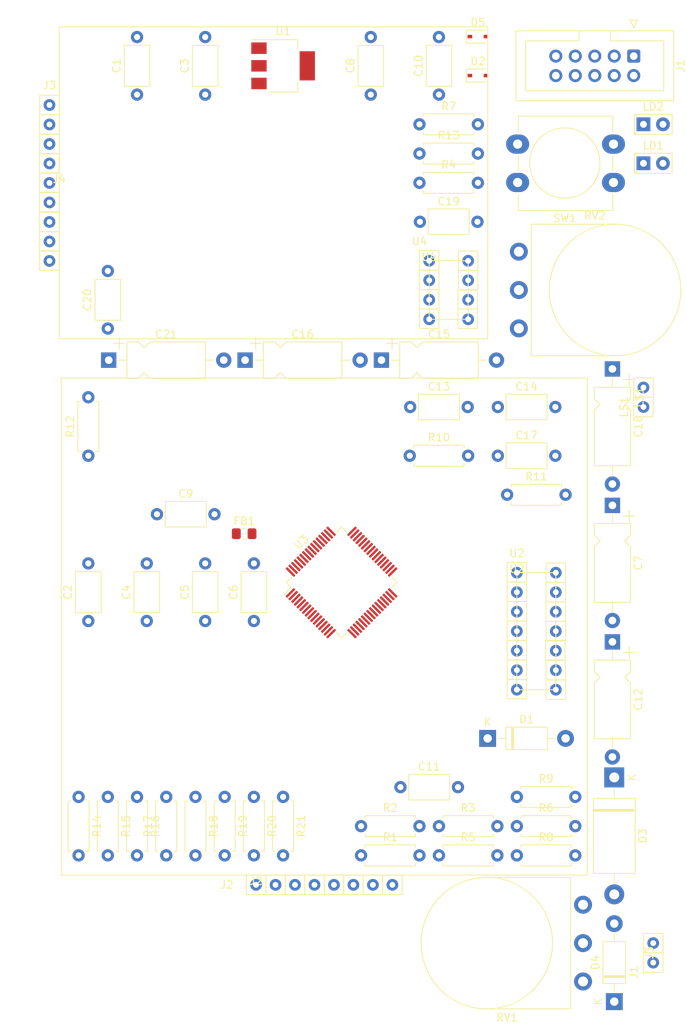
<source format=kicad_pcb>
(kicad_pcb (version 20211014) (generator pcbnew)
  (title_block (title "PillCB - Team 16") (date "2020-06-22") (rev "v01") (comment 4 "Jaideep Damle, Lauren Gunter, Nidhi Kunigal, Elizabeth McNaughton"))
  (layers (0 "F.Cu" signal) (1 "In1.Cu" signal "Ground.Cu") (2 "In2.Cu" signal "Power.Cu") (31 "B.Cu" signal) (34 "B.Paste" user) (35 "F.Paste" user) (36 "B.SilkS" user "B.Silkscreen") (37 "F.SilkS" user "F.Silkscreen") (38 "B.Mask" user) (39 "F.Mask" user) (44 "Edge.Cuts" user))
  (net 0 "")
  (net 1 "Net-(R10-Pad1)")
  (net 2 "GND")
  (net 3 "Net-(RV2-Pad2)")
  (net 4 "Net-(C18-Pad1)")
  (net 5 "+5V")
  (net 6 "Net-(C16-Pad1)")
  (net 7 "Net-(C15-Pad2)")
  (net 8 "Net-(R8-Pad2)")
  (net 9 "Net-(C7-Pad1)")
  (net 10 "Net-(R5-Pad2)")
  (net 11 "Net-(C18-Pad2)")
  (net 12 "+3V0")
  (net 13 "PB8")
  (net 14 "PB11")
  (net 15 "PB14")
  (net 16 "PB5")
  (net 17 "PB3")
  (net 18 "/ignore")
  (net 19 "Net-(J2-Pad1)")
  (net 20 "Net-(J2-Pad2)")
  (net 21 "Net-(J2-Pad3)")
  (net 22 "Net-(J2-Pad4)")
  (net 23 "Net-(J2-Pad5)")
  (net 24 "Net-(J2-Pad6)")
  (net 25 "Net-(J2-Pad7)")
  (net 26 "Net-(J2-Pad8)")
  (net 27 "/AC_SIGNAL")
  (net 28 "/PC0")
  (net 29 "/PC1")
  (net 30 "/PC7")
  (net 31 "/PC2")
  (net 32 "/PC3")
  (net 33 "/PC4")
  (net 34 "/PC5")
  (net 35 "/PC6")
  (net 36 "/NRST")
  (net 37 "/BOOT0")
  (net 38 "Net-(C17-Pad1)")
  (net 39 "Net-(C15-Pad1)")
  (net 40 "/PB2")
  (net 41 "Net-(LD2-Pad2)")
  (net 42 "Net-(LD1-Pad2)")
  (net 43 "Net-(R2-Pad1)")
  (net 44 "Net-(R1-Pad1)")
  (net 45 "Net-(C13-Pad2)")
  (net 46 "Net-(C10-Pad1)")
  (net 47 "/PC13")
  (net 48 "/PC14")
  (net 49 "/PC15")
  (net 50 "/PF0")
  (net 51 "/PF1")
  (net 52 "/3VA")
  (net 53 "/PA0")
  (net 54 "/PA1")
  (net 55 "/PA2")
  (net 56 "/PA3")
  (net 57 "/PA4")
  (net 58 "/PA5")
  (net 59 "/PA6")
  (net 60 "/PA7")
  (net 61 "/PB0")
  (net 62 "/PB1")
  (net 63 "/PB10")
  (net 64 "/PB12")
  (net 65 "/PB13")
  (net 66 "/PB15")
  (net 67 "/PC8")
  (net 68 "/PC9")
  (net 69 "/PA8")
  (net 70 "/PA9")
  (net 71 "/PA10")
  (net 72 "/PA11")
  (net 73 "/PA12")
  (net 74 "/PA13")
  (net 75 "/PA14")
  (net 76 "/PA15")
  (net 77 "/PC10")
  (net 78 "/PC11")
  (net 79 "/PC12")
  (net 80 "/PD2")
  (net 81 "/PB4")
  (net 82 "/PB6")
  (net 83 "/PB7")
  (net 84 "/PB9")
  (net 85 "Net-(D3-Pad2)")
  (net 86 "/U5V")
  (net 88 "/V3.3_IN")
  (footprint "local_models:J1" (layer "F.Cu") (at 170.19762 143.43476 90)
    (fp_text reference "J3" (at 0 -0.5 90 unlocked) (layer "F.SilkS"))
    (fp_text value "Conn_01x02_Female")
    (fp_text user "J1" (at -2.54 -2.54 90 unlocked) (layer "F.SilkS"))
    (pad "1" thru_hole circle (at -1.27 0 90) (size 1.524 1.524) (drill 0.762) (layers *.Cu *.Mask) (net 27 "/AC_SIGNAL"))
    (pad "2" thru_hole circle (at 1.27 0 90) (size 1.524 1.524) (drill 0.762) (layers *.Cu *.Mask) (net 2 "GND"))
  )
  (footprint "Capacitor_THT:C_Axial_L5.1mm_D3.1mm_P7.50mm_Horizontal" (layer "F.Cu") (at 99.07762 62.09476 90)
    (fp_text reference "C20" (at 3.75 -2.67 90) (layer "F.SilkS"))
    (fp_text value ".1uF")
    (pad "1" thru_hole circle (at 0 0 90) (size 1.6 1.6) (drill 0.8) (layers *.Cu *.Mask) (net 12 "+3V0"))
    (pad "2" thru_hole oval (at 7.5 0 90) (size 1.6 1.6) (drill 0.8) (layers *.Cu *.Mask) (net 2 "GND"))
  )
  (footprint "Capacitor_THT:CP_Axial_L10.0mm_D4.5mm_P15.00mm_Horizontal" (layer "F.Cu") (at 164.87512 67.35476 -90)
    (fp_text reference "C18" (at 7.5 -3.37 90) (layer "F.SilkS"))
    (fp_text value "220uF")
    (pad "1" thru_hole rect (at 0 0 270) (size 2 2) (drill 1) (layers *.Cu *.Mask) (net 4 "Net-(C18-Pad1)"))
    (pad "2" thru_hole oval (at 15 0 270) (size 2 2) (drill 1) (layers *.Cu *.Mask) (net 11 "Net-(C18-Pad2)"))
  )
  (footprint "Resistor_THT:R_Axial_DIN0207_L6.3mm_D2.5mm_P7.62mm_Horizontal" (layer "F.Cu") (at 110.50762 123.11476 -90)
    (fp_text reference "R18" (at 3.81 -2.37 90) (layer "F.SilkS"))
    (fp_text value "1K")
    (pad "1" thru_hole circle (at 0 0 270) (size 1.6 1.6) (drill 0.8) (layers *.Cu *.Mask) (net 32 "/PC3"))
    (pad "2" thru_hole oval (at 7.62 0 270) (size 1.6 1.6) (drill 0.8) (layers *.Cu *.Mask) (net 23 "Net-(J2-Pad5)"))
  )
  (footprint "Diode_THT:D_DO-201_P15.24mm_Horizontal" (layer "F.Cu") (at 165.11762 120.57476 -90)
    (fp_text reference "D3" (at 7.62 -3.725 90) (layer "F.SilkS"))
    (fp_text value "1N522B")
    (fp_text user "K" (at 0 -2.3 90) (layer "F.SilkS"))
    (pad "1" thru_hole rect (at 0 0 270) (size 2.6 2.6) (drill 1.3) (layers *.Cu *.Mask) (net 12 "+3V0"))
    (pad "2" thru_hole oval (at 15.24 0 270) (size 2.6 2.6) (drill 1.3) (layers *.Cu *.Mask) (net 85 "Net-(D3-Pad2)"))
  )
  (footprint "Capacitor_THT:CP_Axial_L10.0mm_D4.5mm_P15.00mm_Horizontal" (layer "F.Cu") (at 134.75762 66.20726)
    (fp_text reference "C15" (at 7.5 -3.37) (layer "F.SilkS"))
    (fp_text value "10uF")
    (pad "1" thru_hole rect (at 0 0) (size 2 2) (drill 1) (layers *.Cu *.Mask) (net 39 "Net-(C15-Pad1)"))
    (pad "2" thru_hole oval (at 15 0) (size 2 2) (drill 1) (layers *.Cu *.Mask) (net 7 "Net-(C15-Pad2)"))
  )
  (footprint "Capacitor_THT:C_Axial_L5.1mm_D3.1mm_P7.50mm_Horizontal" (layer "F.Cu") (at 104.15762 100.19476 90)
    (fp_text reference "C4" (at 3.75 -2.67 90) (layer "F.SilkS"))
    (fp_text value ".1uF")
    (pad "1" thru_hole circle (at 0 0 90) (size 1.6 1.6) (drill 0.8) (layers *.Cu *.Mask) (net 12 "+3V0"))
    (pad "2" thru_hole oval (at 7.5 0 90) (size 1.6 1.6) (drill 0.8) (layers *.Cu *.Mask) (net 2 "GND"))
  )
  (footprint "Diode_SMD:D_SOD-323" (layer "F.Cu") (at 147.33762 24.05476)
    (fp_text reference "D5" (at 0 -1.85) (layer "F.SilkS"))
    (fp_text value "BAT60JFILM")
    (pad "1" smd rect (at -1.05 0) (size 0.6 0.45) (layers "F.Cu" "F.Paste" "F.Mask") (net 12 "+3V0"))
    (pad "2" smd rect (at 1.05 0) (size 0.6 0.45) (layers "F.Cu" "F.Paste" "F.Mask") (net 46 "Net-(C10-Pad1)"))
  )
  (footprint "Capacitor_THT:CP_Axial_L10.0mm_D4.5mm_P15.00mm_Horizontal" (layer "F.Cu") (at 116.97762 66.20726)
    (fp_text reference "C16" (at 7.5 -3.37) (layer "F.SilkS"))
    (fp_text value "10uF")
    (pad "1" thru_hole rect (at 0 0) (size 2 2) (drill 1) (layers *.Cu *.Mask) (net 6 "Net-(C16-Pad1)"))
    (pad "2" thru_hole oval (at 15 0) (size 2 2) (drill 1) (layers *.Cu *.Mask) (net 2 "GND"))
  )
  (footprint "local_models:J3" (layer "F.Cu") (at 92.738245 43.10476)
    (fp_text reference "J4" (at 0 -0.5 unlocked) (layer "F.SilkS"))
    (fp_text value "Conn_01x09_Female")
    (fp_text user "J3" (at -1.27 -12.7 unlocked) (layer "F.SilkS"))
    (pad "1" thru_hole circle (at -1.27 -10.138749) (size 1.524 1.524) (drill 0.762) (layers *.Cu *.Mask) (net 12 "+3V0"))
    (pad "2" thru_hole circle (at -1.27 -7.598749) (size 1.524 1.524) (drill 0.762) (layers *.Cu *.Mask) (net 2 "GND"))
    (pad "3" thru_hole circle (at -1.27 -5.058749) (size 1.524 1.524) (drill 0.762) (layers *.Cu *.Mask) (net 13 "PB8"))
    (pad "4" thru_hole circle (at -1.27 -2.518749) (size 1.524 1.524) (drill 0.762) (layers *.Cu *.Mask) (net 14 "PB11"))
    (pad "5" thru_hole circle (at -1.27 0.021251) (size 1.524 1.524) (drill 0.762) (layers *.Cu *.Mask) (net 15 "PB14"))
    (pad "6" thru_hole circle (at -1.27 2.561251) (size 1.524 1.524) (drill 0.762) (layers *.Cu *.Mask) (net 16 "PB5"))
    (pad "7" thru_hole circle (at -1.27 5.101251) (size 1.524 1.524) (drill 0.762) (layers *.Cu *.Mask) (net 17 "PB3"))
    (pad "8" thru_hole circle (at -1.27 7.641251) (size 1.524 1.524) (drill 0.762) (layers *.Cu *.Mask) (net 12 "+3V0"))
    (pad "9" thru_hole circle (at -1.27 10.181251) (size 1.524 1.524) (drill 0.762) (layers *.Cu *.Mask) (net 18 "/ignore"))
  )
  (footprint "Capacitor_THT:CP_Axial_L10.0mm_D4.5mm_P15.00mm_Horizontal" (layer "F.Cu") (at 164.87512 102.91476 -90)
    (fp_text reference "C12" (at 7.5 -3.37 90) (layer "F.SilkS"))
    (fp_text value ".1uF")
    (pad "1" thru_hole rect (at 0 0 270) (size 2 2) (drill 1) (layers *.Cu *.Mask) (net 40 "/PB2"))
    (pad "2" thru_hole oval (at 15 0 270) (size 2 2) (drill 1) (layers *.Cu *.Mask) (net 2 "GND"))
  )
  (footprint "Capacitor_THT:C_Axial_L5.1mm_D3.1mm_P7.50mm_Horizontal" (layer "F.Cu") (at 102.88762 31.61476 90)
    (fp_text reference "C1" (at 3.75 -2.67 90) (layer "F.SilkS"))
    (fp_text value "22uF")
    (pad "1" thru_hole circle (at 0 0 90) (size 1.6 1.6) (drill 0.8) (layers *.Cu *.Mask) (net 5 "+5V"))
    (pad "2" thru_hole oval (at 7.5 0 90) (size 1.6 1.6) (drill 0.8) (layers *.Cu *.Mask) (net 2 "GND"))
  )
  (footprint "Capacitor_THT:C_Axial_L5.1mm_D3.1mm_P7.50mm_Horizontal" (layer "F.Cu") (at 118.12762 100.19476 90)
    (fp_text reference "C6" (at 3.75 -2.67 90) (layer "F.SilkS"))
    (fp_text value ".1uF")
    (pad "1" thru_hole circle (at 0 0 90) (size 1.6 1.6) (drill 0.8) (layers *.Cu *.Mask) (net 12 "+3V0"))
    (pad "2" thru_hole oval (at 7.5 0 90) (size 1.6 1.6) (drill 0.8) (layers *.Cu *.Mask) (net 2 "GND"))
  )
  (footprint "Button_Switch_THT:SW_PUSH-12mm_Wuerth-430476085716" (layer "F.Cu") (at 165.01762 43.06476 180)
    (fp_text reference "SW1" (at 6.35 -4.66) (layer "F.SilkS"))
    (fp_text value "SW_Push")
    (pad "1" thru_hole oval (at 12.5 0 180) (size 3 2.5) (drill 1.2) (layers *.Cu *.Mask) (net 2 "GND"))
    (pad "1" thru_hole oval (at 0 0 180) (size 3 2.5) (drill 1.2) (layers *.Cu *.Mask) (net 2 "GND"))
    (pad "2" thru_hole oval (at 12.5 5 180) (size 3 2.5) (drill 1.2) (layers *.Cu *.Mask) (net 36 "/NRST"))
    (pad "2" thru_hole oval (at 0 5 180) (size 3 2.5) (drill 1.2) (layers *.Cu *.Mask) (net 36 "/NRST"))
  )
  (footprint "Resistor_THT:R_Axial_DIN0207_L6.3mm_D2.5mm_P7.62mm_Horizontal" (layer "F.Cu") (at 142.25762 126.92476)
    (fp_text reference "R3" (at 3.81 -2.37) (layer "F.SilkS"))
    (fp_text value "1M")
    (pad "1" thru_hole circle (at 0 0) (size 1.6 1.6) (drill 0.8) (layers *.Cu *.Mask) (net 9 "Net-(C7-Pad1)"))
    (pad "2" thru_hole oval (at 7.62 0) (size 1.6 1.6) (drill 0.8) (layers *.Cu *.Mask) (net 2 "GND"))
  )
  (footprint "Resistor_THT:R_Axial_DIN0207_L6.3mm_D2.5mm_P7.62mm_Horizontal" (layer "F.Cu") (at 139.71762 43.10476)
    (fp_text reference "R4" (at 3.81 -2.37) (layer "F.SilkS"))
    (fp_text value "5.1k")
    (pad "1" thru_hole circle (at 0 0) (size 1.6 1.6) (drill 0.8) (layers *.Cu *.Mask) (net 5 "+5V"))
    (pad "2" thru_hole oval (at 7.62 0) (size 1.6 1.6) (drill 0.8) (layers *.Cu *.Mask) (net 42 "Net-(LD1-Pad2)"))
  )
  (footprint "Resistor_THT:R_Axial_DIN0207_L6.3mm_D2.5mm_P7.62mm_Horizontal" (layer "F.Cu") (at 152.41762 130.73476)
    (fp_text reference "R8" (at 3.81 -2.37) (layer "F.SilkS"))
    (fp_text value "12k")
    (pad "1" thru_hole circle (at 0 0) (size 1.6 1.6) (drill 0.8) (layers *.Cu *.Mask) (net 10 "Net-(R5-Pad2)"))
    (pad "2" thru_hole oval (at 7.62 0) (size 1.6 1.6) (drill 0.8) (layers *.Cu *.Mask) (net 8 "Net-(R8-Pad2)"))
  )
  (footprint "local_models:LS1" (layer "F.Cu") (at 168.92762 71.04476 90)
    (fp_text reference "LS1" (at 0 -0.5 90 unlocked) (layer "F.SilkS"))
    (fp_text value "Speaker")
    (fp_text user "LS1" (at -1.27 -2.54 90 unlocked) (layer "F.SilkS"))
    (pad "1" thru_hole circle (at -1.27 0 90) (size 1.524 1.524) (drill 0.762) (layers *.Cu *.Mask) (net 11 "Net-(C18-Pad2)"))
    (pad "2" thru_hole circle (at 1.27 0 90) (size 1.524 1.524) (drill 0.762) (layers *.Cu *.Mask) (net 2 "GND"))
  )
  (footprint "Resistor_THT:R_Axial_DIN0207_L6.3mm_D2.5mm_P7.62mm_Horizontal" (layer "F.Cu") (at 152.41762 123.11476)
    (fp_text reference "R9" (at 3.81 -2.37) (layer "F.SilkS"))
    (fp_text value "2.2k")
    (pad "1" thru_hole circle (at 0 0) (size 1.6 1.6) (drill 0.8) (layers *.Cu *.Mask) (net 8 "Net-(R8-Pad2)"))
    (pad "2" thru_hole oval (at 7.62 0) (size 1.6 1.6) (drill 0.8) (layers *.Cu *.Mask) (net 40 "/PB2"))
  )
  (footprint "Resistor_THT:R_Axial_DIN0207_L6.3mm_D2.5mm_P7.62mm_Horizontal" (layer "F.Cu") (at 142.25762 130.73476)
    (fp_text reference "R5" (at 3.81 -2.37) (layer "F.SilkS"))
    (fp_text value "10k")
    (pad "1" thru_hole circle (at 0 0) (size 1.6 1.6) (drill 0.8) (layers *.Cu *.Mask) (net 12 "+3V0"))
    (pad "2" thru_hole oval (at 7.62 0) (size 1.6 1.6) (drill 0.8) (layers *.Cu *.Mask) (net 10 "Net-(R5-Pad2)"))
  )
  (footprint "Resistor_THT:R_Axial_DIN0207_L6.3mm_D2.5mm_P7.62mm_Horizontal" (layer "F.Cu") (at 151.14762 83.74476)
    (fp_text reference "R11" (at 3.81 -2.37) (layer "F.SilkS"))
    (fp_text value "10")
    (pad "1" thru_hole circle (at 0 0) (size 1.6 1.6) (drill 0.8) (layers *.Cu *.Mask) (net 4 "Net-(C18-Pad1)"))
    (pad "2" thru_hole oval (at 7.62 0) (size 1.6 1.6) (drill 0.8) (layers *.Cu *.Mask) (net 38 "Net-(C17-Pad1)"))
  )
  (footprint "local_models:U2" (layer "F.Cu") (at 154.95762 101.52476)
    (fp_text reference "U2" (at -2.54 -8.12 unlocked) (layer "F.SilkS"))
    (fp_text value "LM324")
    (fp_text user "U2" (at -2.54 -10.16 unlocked) (layer "F.SilkS"))
    (pad "1" thru_hole circle (at -2.54 -7.62) (size 1.524 1.524) (drill 0.762) (layers *.Cu *.Mask) (net 8 "Net-(R8-Pad2)"))
    (pad "2" thru_hole circle (at -2.54 -5.08) (size 1.524 1.524) (drill 0.762) (layers *.Cu *.Mask) (net 9 "Net-(C7-Pad1)"))
    (pad "3" thru_hole circle (at -2.54 -2.54) (size 1.524 1.524) (drill 0.762) (layers *.Cu *.Mask) (net 10 "Net-(R5-Pad2)"))
    (pad "4" thru_hole circle (at -2.54 0) (size 1.524 1.524) (drill 0.762) (layers *.Cu *.Mask) (net 5 "+5V"))
    (pad "5" thru_hole circle (at -2.54 2.54) (size 1.524 1.524) (drill 0.762) (layers *.Cu *.Mask))
    (pad "6" thru_hole circle (at -2.54 5.08) (size 1.524 1.524) (drill 0.762) (layers *.Cu *.Mask))
    (pad "7" thru_hole circle (at -2.54 7.62) (size 1.524 1.524) (drill 0.762) (layers *.Cu *.Mask))
    (pad "8" thru_hole circle (at 2.54 7.62) (size 1.524 1.524) (drill 0.762) (layers *.Cu *.Mask))
    (pad "9" thru_hole circle (at 2.54 5.08) (size 1.524 1.524) (drill 0.762) (layers *.Cu *.Mask))
    (pad "10" thru_hole circle (at 2.54 2.54) (size 1.524 1.524) (drill 0.762) (layers *.Cu *.Mask))
    (pad "11" thru_hole circle (at 2.54 0) (size 1.524 1.524) (drill 0.762) (layers *.Cu *.Mask) (net 2 "GND"))
    (pad "12" thru_hole circle (at 2.54 -2.54) (size 1.524 1.524) (drill 0.762) (layers *.Cu *.Mask))
    (pad "13" thru_hole circle (at 2.54 -5.08) (size 1.524 1.524) (drill 0.762) (layers *.Cu *.Mask))
    (pad "14" thru_hole circle (at 2.54 -7.62) (size 1.524 1.524) (drill 0.762) (layers *.Cu *.Mask))
  )
  (footprint "Capacitor_THT:C_Axial_L5.1mm_D3.1mm_P7.50mm_Horizontal" (layer "F.Cu") (at 139.77762 48.18476)
    (fp_text reference "C19" (at 3.75 -2.67) (layer "F.SilkS"))
    (fp_text value ".1uF")
    (pad "1" thru_hole circle (at 0 0) (size 1.6 1.6) (drill 0.8) (layers *.Cu *.Mask) (net 36 "/NRST"))
    (pad "2" thru_hole oval (at 7.5 0) (size 1.6 1.6) (drill 0.8) (layers *.Cu *.Mask) (net 2 "GND"))
  )
  (footprint "LED_THT:LED_D2.0mm_W4.8mm_H2.5mm_FlatTop" (layer "F.Cu") (at 168.92762 35.48476)
    (fp_text reference "LD2" (at 1.27 -2.31) (layer "F.SilkS"))
    (fp_text value "LED_Green")
    (pad "1" thru_hole rect (at 0 0) (size 1.8 1.8) (drill 0.9) (layers *.Cu *.Mask) (net 2 "GND"))
    (pad "2" thru_hole circle (at 2.54 0) (size 1.8 1.8) (drill 0.9) (layers *.Cu *.Mask) (net 41 "Net-(LD2-Pad2)"))
  )
  (footprint "Capacitor_THT:C_Axial_L5.1mm_D3.1mm_P7.50mm_Horizontal" (layer "F.Cu") (at 137.23762 121.84476)
    (fp_text reference "C11" (at 3.75 -2.67) (layer "F.SilkS"))
    (fp_text value ".1uF")
    (pad "1" thru_hole circle (at 0 0) (size 1.6 1.6) (drill 0.8) (layers *.Cu *.Mask) (net 5 "+5V"))
    (pad "2" thru_hole oval (at 7.5 0) (size 1.6 1.6) (drill 0.8) (layers *.Cu *.Mask) (net 2 "GND"))
  )
  (footprint "Package_QFP:LQFP-64_10x10mm_P0.5mm" (layer "F.Cu") (at 129.55762 95.17476 45)
    (fp_text reference "U3" (at 0 -7.4 45) (layer "F.SilkS"))
    (fp_text value "STM32F091RCTx")
    (pad "1" smd roundrect (at -5.675 -3.75 45) (size 1.55 0.3) (layers "F.Cu" "F.Paste" "F.Mask") (net 12 "+3V0"))
    (pad "2" smd roundrect (at -5.675 -3.25 45) (size 1.55 0.3) (layers "F.Cu" "F.Paste" "F.Mask") (net 47 "/PC13"))
    (pad "3" smd roundrect (at -5.675 -2.75 45) (size 1.55 0.3) (layers "F.Cu" "F.Paste" "F.Mask") (net 48 "/PC14"))
    (pad "4" smd roundrect (at -5.675 -2.25 45) (size 1.55 0.3) (layers "F.Cu" "F.Paste" "F.Mask") (net 49 "/PC15"))
    (pad "5" smd roundrect (at -5.675 -1.75 45) (size 1.55 0.3) (layers "F.Cu" "F.Paste" "F.Mask") (net 50 "/PF0"))
    (pad "6" smd roundrect (at -5.675 -1.25 45) (size 1.55 0.3) (layers "F.Cu" "F.Paste" "F.Mask") (net 51 "/PF1"))
    (pad "7" smd roundrect (at -5.675 -0.75 45) (size 1.55 0.3) (layers "F.Cu" "F.Paste" "F.Mask") (net 36 "/NRST"))
    (pad "8" smd roundrect (at -5.675 -0.25 45) (size 1.55 0.3) (layers "F.Cu" "F.Paste" "F.Mask") (net 28 "/PC0"))
    (pad "9" smd roundrect (at -5.675 0.25 45) (size 1.55 0.3) (layers "F.Cu" "F.Paste" "F.Mask") (net 29 "/PC1"))
    (pad "10" smd roundrect (at -5.675 0.75 45) (size 1.55 0.3) (layers "F.Cu" "F.Paste" "F.Mask") (net 31 "/PC2"))
    (pad "11" smd roundrect (at -5.675 1.25 45) (size 1.55 0.3) (layers "F.Cu" "F.Paste" "F.Mask") (net 32 "/PC3"))
    (pad "12" smd roundrect (at -5.675 1.75 45) (size 1.55 0.3) (layers "F.Cu" "F.Paste" "F.Mask") (net 2 "GND"))
    (pad "13" smd roundrect (at -5.675 2.25 45) (size 1.55 0.3) (layers "F.Cu" "F.Paste" "F.Mask") (net 52 "/3VA"))
    (pad "14" smd roundrect (at -5.675 2.75 45) (size 1.55 0.3) (layers "F.Cu" "F.Paste" "F.Mask") (net 53 "/PA0"))
    (pad "15" smd roundrect (at -5.675 3.25 45) (size 1.55 0.3) (layers "F.Cu" "F.Paste" "F.Mask") (net 54 "/PA1"))
    (pad "16" smd roundrect (at -5.675 3.75 45) (size 1.55 0.3) (layers "F.Cu" "F.Paste" "F.Mask") (net 55 "/PA2"))
    (pad "17" smd roundrect (at -3.75 5.675 45) (size 0.3 1.55) (layers "F.Cu" "F.Paste" "F.Mask") (net 56 "/PA3"))
    (pad "18" smd roundrect (at -3.25 5.675 45) (size 0.3 1.55) (layers "F.Cu" "F.Paste" "F.Mask") (net 2 "GND"))
    (pad "19" smd roundrect (at -2.75 5.675 45) (size 0.3 1.55) (layers "F.Cu" "F.Paste" "F.Mask") (net 12 "+3V0"))
    (pad "20" smd roundrect (at -2.25 5.675 45) (size 0.3 1.55) (layers "F.Cu" "F.Paste" "F.Mask") (net 57 "/PA4"))
    (pad "21" smd roundrect (at -1.75 5.675 45) (size 0.3 1.55) (layers "F.Cu" "F.Paste" "F.Mask") (net 58 "/PA5"))
    (pad "22" smd roundrect (at -1.25 5.675 45) (size 0.3 1.55) (layers "F.Cu" "F.Paste" "F.Mask") (net 59 "/PA6"))
    (pad "23" smd roundrect (at -0.75 5.675 45) (size 0.3 1.55) (layers "F.Cu" "F.Paste" "F.Mask") (net 60 "/PA7"))
    (pad "24" smd roundrect (at -0.25 5.675 45) (size 0.3 1.55) (layers "F.Cu" "F.Paste" "F.Mask") (net 33 "/PC4"))
    (pad "25" smd roundrect (at 0.25 5.675 45) (size 0.3 1.55) (layers "F.Cu" "F.Paste" "F.Mask") (net 34 "/PC5"))
    (pad "26" smd roundrect (at 0.75 5.675 45) (size 0.3 1.55) (layers "F.Cu" "F.Paste" "F.Mask") (net 61 "/PB0"))
    (pad "27" smd roundrect (at 1.25 5.675 45) (size 0.3 1.55) (layers "F.Cu" "F.Paste" "F.Mask") (net 62 "/PB1"))
    (pad "28" smd roundrect (at 1.75 5.675 45) (size 0.3 1.55) (layers "F.Cu" "F.Paste" "F.Mask") (net 40 "/PB2"))
    (pad "29" smd roundrect (at 2.25 5.675 45) (size 0.3 1.55) (layers "F.Cu" "F.Paste" "F.Mask") (net 63 "/PB10"))
    (pad "30" smd roundrect (at 2.75 5.675 45) (size 0.3 1.55) (layers "F.Cu" "F.Paste" "F.Mask") (net 14 "PB11"))
    (pad "31" smd roundrect (at 3.25 5.675 45) (size 0.3 1.55) (layers "F.Cu" "F.Paste" "F.Mask") (net 2 "GND"))
    (pad "32" smd roundrect (at 3.75 5.675 45) (size 0.3 1.55) (layers "F.Cu" "F.Paste" "F.Mask") (net 12 "+3V0"))
    (pad "33" smd roundrect (at 5.675 3.75 45) (size 1.55 0.3) (layers "F.Cu" "F.Paste" "F.Mask") (net 64 "/PB12"))
    (pad "34" smd roundrect (at 5.675 3.25 45) (size 1.55 0.3) (layers "F.Cu" "F.Paste" "F.Mask") (net 65 "/PB13"))
    (pad "35" smd roundrect (at 5.675 2.75 45) (size 1.55 0.3) (layers "F.Cu" "F.Paste" "F.Mask") (net 15 "PB14"))
    (pad "36" smd roundrect (at 5.675 2.25 45) (size 1.55 0.3) (layers "F.Cu" "F.Paste" "F.Mask") (net 66 "/PB15"))
    (pad "37" smd roundrect (at 5.675 1.75 45) (size 1.55 0.3) (layers "F.Cu" "F.Paste" "F.Mask") (net 35 "/PC6"))
    (pad "38" smd roundrect (at 5.675 1.25 45) (size 1.55 0.3) (layers "F.Cu" "F.Paste" "F.Mask") (net 30 "/PC7"))
    (pad "39" smd roundrect (at 5.675 0.75 45) (size 1.55 0.3) (layers "F.Cu" "F.Paste" "F.Mask") (net 67 "/PC8"))
    (pad "40" smd roundrect (at 5.675 0.25 45) (size 1.55 0.3) (layers "F.Cu" "F.Paste" "F.Mask") (net 68 "/PC9"))
    (pad "41" smd roundrect (at 5.675 -0.25 45) (size 1.55 0.3) (layers "F.Cu" "F.Paste" "F.Mask") (net 69 "/PA8"))
    (pad "42" smd roundrect (at 5.675 -0.75 45) (size 1.55 0.3) (layers "F.Cu" "F.Paste" "F.Mask") (net 70 "/PA9"))
    (pad "43" smd roundrect (at 5.675 -1.25 45) (size 1.55 0.3) (layers "F.Cu" "F.Paste" "F.Mask") (net 71 "/PA10"))
    (pad "44" smd roundrect (at 5.675 -1.75 45) (size 1.55 0.3) (layers "F.Cu" "F.Paste" "F.Mask") (net 72 "/PA11"))
    (pad "45" smd roundrect (at 5.675 -2.25 45) (size 1.55 0.3) (layers "F.Cu" "F.Paste" "F.Mask") (net 73 "/PA12"))
    (pad "46" smd roundrect (at 5.675 -2.75 45) (size 1.55 0.3) (layers "F.Cu" "F.Paste" "F.Mask") (net 74 "/PA13"))
    (pad "47" smd roundrect (at 5.675 -3.25 45) (size 1.55 0.3) (layers "F.Cu" "F.Paste" "F.Mask") (net 2 "GND"))
    (pad "48" smd roundrect (at 5.675 -3.75 45) (size 1.55 0.3) (layers "F.Cu" "F.Paste" "F.Mask") (net 12 "+3V0"))
    (pad "49" smd roundrect (at 3.75 -5.675 45) (size 0.3 1.55) (layers "F.Cu" "F.Paste" "F.Mask") (net 75 "/PA14"))
    (pad "50" smd roundrect (at 3.25 -5.675 45) (size 0.3 1.55) (layers "F.Cu" "F.Paste" "F.Mask") (net 76 "/PA15"))
    (pad "51" smd roundrect (at 2.75 -5.675 45) (size 0.3 1.55) (layers "F.Cu" "F.Paste" "F.Mask") (net 77 "/PC10"))
    (pad "52" smd roundrect (at 2.25 -5.675 45) (size 0.3 1.55) (layers "F.Cu" "F.Paste" "F.Mask") (net 78 "/PC11"))
    (pad "53" smd roundrect (at 1.75 -5.675 45) (size 0.3 1.55) (layers "F.Cu" "F.Paste" "F.Mask") (net 79 "/PC12"))
    (pad "54" smd roundrect (at 1.25 -5.675 45) (size 0.3 1.55) (layers "F.Cu" "F.Paste" "F.Mask") (net 80 "/PD2"))
    (pad "55" smd roundrect (at 0.75 -5.675 45) (size 0.3 1.55) (layers "F.Cu" "F.Paste" "F.Mask") (net 17 "PB3"))
    (pad "56" smd roundrect (at 0.25 -5.675 45) (size 0.3 1.55) (layers "F.Cu" "F.Paste" "F.Mask") (net 81 "/PB4"))
    (pad "57" smd roundrect (at -0.25 -5.675 45) (size 0.3 1.55) (layers "F.Cu" "F.Paste" "F.Mask") (net 16 "PB5"))
    (pad "58" smd roundrect (at -0.75 -5.675 45) (size 0.3 1.55) (layers "F.Cu" "F.Paste" "F.Mask") (net 82 "/PB6"))
    (pad "59" smd roundrect (at -1.25 -5.675 45) (size 0.3 1.55) (layers "F.Cu" "F.Paste" "F.Mask") (net 83 "/PB7"))
    (pad "60" smd roundrect (at -1.75 -5.675 45) (size 0.3 1.55) (layers "F.Cu" "F.Paste" "F.Mask") (net 37 "/BOOT0"))
    (pad "61" smd roundrect (at -2.25 -5.675 45) (size 0.3 1.55) (layers "F.Cu" "F.Paste" "F.Mask") (net 13 "PB8"))
    (pad "62" smd roundrect (at -2.75 -5.675 45) (size 0.3 1.55) (layers "F.Cu" "F.Paste" "F.Mask") (net 84 "/PB9"))
    (pad "63" smd roundrect (at -3.25 -5.675 45) (size 0.3 1.55) (layers "F.Cu" "F.Paste" "F.Mask") (net 2 "GND"))
    (pad "64" smd roundrect (at -3.75 -5.675 45) (size 0.3 1.55) (layers "F.Cu" "F.Paste" "F.Mask") (net 12 "+3V0"))
  )
  (footprint "Diode_THT:D_DO-41_SOD81_P10.16mm_Horizontal" (layer "F.Cu") (at 148.60762 115.49476)
    (fp_text reference "D1" (at 5.08 -2.47) (layer "F.SilkS"))
    (fp_text value "1N5819")
    (fp_text user "K" (at 0 -2.1) (layer "F.SilkS"))
    (pad "1" thru_hole rect (at 0 0) (size 2.2 2.2) (drill 1.1) (layers *.Cu *.Mask) (net 12 "+3V0"))
    (pad "2" thru_hole oval (at 10.16 0) (size 2.2 2.2) (drill 1.1) (layers *.Cu *.Mask) (net 9 "Net-(C7-Pad1)"))
  )
  (footprint "Resistor_THT:R_Axial_DIN0207_L6.3mm_D2.5mm_P7.62mm_Horizontal" (layer "F.Cu") (at 152.41762 126.92476)
    (fp_text reference "R6" (at 3.81 -2.37) (layer "F.SilkS"))
    (fp_text value "120k")
    (pad "1" thru_hole circle (at 0 0) (size 1.6 1.6) (drill 0.8) (layers *.Cu *.Mask) (net 10 "Net-(R5-Pad2)"))
    (pad "2" thru_hole oval (at 7.62 0) (size 1.6 1.6) (drill 0.8) (layers *.Cu *.Mask) (net 2 "GND"))
  )
  (footprint "Potentiometer_THT:Potentiometer_Omeg_PC16BU_Vertical" (layer "F.Cu") (at 152.67762 62.07476)
    (fp_text reference "RV2" (at 9.915 -14.7) (layer "F.SilkS"))
    (fp_text value "R_Potentiometer_10k")
    (pad "1" thru_hole circle (at 0 0) (size 2.34 2.34) (drill 1.3) (layers *.Cu *.Mask) (net 45 "Net-(C13-Pad2)"))
    (pad "2" thru_hole circle (at 0 -5) (size 2.34 2.34) (drill 1.3) (layers *.Cu *.Mask) (net 3 "Net-(RV2-Pad2)"))
    (pad "3" thru_hole circle (at 0 -10) (size 2.34 2.34) (drill 1.3) (layers *.Cu *.Mask) (net 2 "GND"))
  )
  (footprint "LED_THT:LED_D2.0mm_W4.8mm_H2.5mm_FlatTop" (layer "F.Cu") (at 168.92762 40.56476)
    (fp_text reference "LD1" (at 1.27 -2.31) (layer "F.SilkS"))
    (fp_text value "LED_Red")
    (pad "1" thru_hole rect (at 0 0) (size 1.8 1.8) (drill 0.9) (layers *.Cu *.Mask) (net 2 "GND"))
    (pad "2" thru_hole circle (at 2.54 0) (size 1.8 1.8) (drill 0.9) (layers *.Cu *.Mask) (net 42 "Net-(LD1-Pad2)"))
  )
  (footprint "Resistor_THT:R_Axial_DIN0207_L6.3mm_D2.5mm_P7.62mm_Horizontal" (layer "F.Cu") (at 114.31762 123.11476 -90)
    (fp_text reference "R19" (at 3.81 -2.37 90) (layer "F.SilkS"))
    (fp_text value "1K")
    (pad "1" thru_hole circle (at 0 0 270) (size 1.6 1.6) (drill 0.8) (layers *.Cu *.Mask) (net 31 "/PC2"))
    (pad "2" thru_hole oval (at 7.62 0 270) (size 1.6 1.6) (drill 0.8) (layers *.Cu *.Mask) (net 24 "Net-(J2-Pad6)"))
  )
  (footprint "Capacitor_THT:C_Axial_L5.1mm_D3.1mm_P7.50mm_Horizontal" (layer "F.Cu") (at 111.77762 31.61476 90)
    (fp_text reference "C3" (at 3.75 -2.67 90) (layer "F.SilkS"))
    (fp_text value ".1uF")
    (pad "1" thru_hole circle (at 0 0 90) (size 1.6 1.6) (drill 0.8) (layers *.Cu *.Mask) (net 5 "+5V"))
    (pad "2" thru_hole oval (at 7.5 0 90) (size 1.6 1.6) (drill 0.8) (layers *.Cu *.Mask) (net 2 "GND"))
  )
  (footprint "Capacitor_THT:C_Axial_L5.1mm_D3.1mm_P7.50mm_Horizontal" (layer "F.Cu") (at 96.53762 100.19476 90)
    (fp_text reference "C2" (at 3.75 -2.67 90) (layer "F.SilkS"))
    (fp_text value ".1uF")
    (pad "1" thru_hole circle (at 0 0 90) (size 1.6 1.6) (drill 0.8) (layers *.Cu *.Mask) (net 12 "+3V0"))
    (pad "2" thru_hole oval (at 7.5 0 90) (size 1.6 1.6) (drill 0.8) (layers *.Cu *.Mask) (net 2 "GND"))
  )
  (footprint "Capacitor_THT:C_Axial_L5.1mm_D3.1mm_P7.50mm_Horizontal" (layer "F.Cu") (at 105.48762 86.28476)
    (fp_text reference "C9" (at 3.75 -2.67) (layer "F.SilkS"))
    (fp_text value ".1uF")
    (pad "1" thru_hole circle (at 0 0) (size 1.6 1.6) (drill 0.8) (layers *.Cu *.Mask) (net 52 "/3VA"))
    (pad "2" thru_hole oval (at 7.5 0) (size 1.6 1.6) (drill 0.8) (layers *.Cu *.Mask) (net 2 "GND"))
  )
  (footprint "Resistor_THT:R_Axial_DIN0207_L6.3mm_D2.5mm_P7.62mm_Horizontal" (layer "F.Cu") (at 118.12762 123.11476 -90)
    (fp_text reference "R20" (at 3.81 -2.37 90) (layer "F.SilkS"))
    (fp_text value "1K")
    (pad "1" thru_hole circle (at 0 0 270) (size 1.6 1.6) (drill 0.8) (layers *.Cu *.Mask) (net 29 "/PC1"))
    (pad "2" thru_hole oval (at 7.62 0 270) (size 1.6 1.6) (drill 0.8) (layers *.Cu *.Mask) (net 25 "Net-(J2-Pad7)"))
  )
  (footprint "Package_TO_SOT_SMD:SOT-223-3_TabPin2" (layer "F.Cu") (at 121.93762 27.86476)
    (fp_text reference "U1" (at 0 -4.5) (layer "F.SilkS"))
    (fp_text value "LD1117S33TR_SOT223")
    (pad "1" smd rect (at -3.15 -2.3) (size 2 1.5) (layers "F.Cu" "F.Paste" "F.Mask") (net 2 "GND"))
    (pad "2" smd rect (at 3.15 0) (size 2 3.8) (layers "F.Cu" "F.Paste" "F.Mask") (net 46 "Net-(C10-Pad1)"))
    (pad "2" smd rect (at -3.15 0) (size 2 1.5) (layers "F.Cu" "F.Paste" "F.Mask") (net 46 "Net-(C10-Pad1)"))
    (pad "3" smd rect (at -3.15 2.3) (size 2 1.5) (layers "F.Cu" "F.Paste" "F.Mask") (net 5 "+5V"))
  )
  (footprint "Capacitor_THT:CP_Axial_L10.0mm_D4.5mm_P15.00mm_Horizontal" (layer "F.Cu") (at 99.19762 66.20726)
    (fp_text reference "C21" (at 7.5 -3.37) (layer "F.SilkS"))
    (fp_text value "10uF")
    (pad "1" thru_hole rect (at 0 0) (size 2 2) (drill 1) (layers *.Cu *.Mask) (net 12 "+3V0"))
    (pad "2" thru_hole oval (at 15 0) (size 2 2) (drill 1) (layers *.Cu *.Mask) (net 2 "GND"))
  )
  (footprint "Potentiometer_THT:Potentiometer_Omeg_PC16BU_Vertical" (layer "F.Cu") (at 161.04762 137.16476 180)
    (fp_text reference "RV1" (at 9.915 -14.7) (layer "F.SilkS"))
    (fp_text value "R_Potentiometer_10k")
    (pad "1" thru_hole circle (at 0 0 180) (size 2.34 2.34) (drill 1.3) (layers *.Cu *.Mask) (net 27 "/AC_SIGNAL"))
    (pad "2" thru_hole circle (at 0 -5 180) (size 2.34 2.34) (drill 1.3) (layers *.Cu *.Mask) (net 43 "Net-(R2-Pad1)"))
    (pad "3" thru_hole circle (at 0 -10 180) (size 2.34 2.34) (drill 1.3) (layers *.Cu *.Mask) (net 44 "Net-(R1-Pad1)"))
  )
  (footprint "Capacitor_THT:C_Axial_L5.1mm_D3.1mm_P7.50mm_Horizontal" (layer "F.Cu") (at 149.93762 72.31476)
    (fp_text reference "C14" (at 3.75 -2.67) (layer "F.SilkS"))
    (fp_text value ".1uF")
    (pad "1" thru_hole circle (at 0 0) (size 1.6 1.6) (drill 0.8) (layers *.Cu *.Mask) (net 2 "GND"))
    (pad "2" thru_hole oval (at 7.5 0) (size 1.6 1.6) (drill 0.8) (layers *.Cu *.Mask) (net 5 "+5V"))
  )
  (footprint "Resistor_THT:R_Axial_DIN0207_L6.3mm_D2.5mm_P7.62mm_Horizontal" (layer "F.Cu") (at 132.09762 130.73476)
    (fp_text reference "R1" (at 3.81 -2.37) (layer "F.SilkS"))
    (fp_text value "10k")
    (pad "1" thru_hole circle (at 0 0) (size 1.6 1.6) (drill 0.8) (layers *.Cu *.Mask) (net 44 "Net-(R1-Pad1)"))
    (pad "2" thru_hole oval (at 7.62 0) (size 1.6 1.6) (drill 0.8) (layers *.Cu *.Mask) (net 2 "GND"))
  )
  (footprint "Capacitor_THT:C_Axial_L5.1mm_D3.1mm_P7.50mm_Horizontal" (layer "F.Cu") (at 138.50762 72.31476)
    (fp_text reference "C13" (at 3.75 -2.67) (layer "F.SilkS"))
    (fp_text value "10uF")
    (pad "1" thru_hole circle (at 0 0) (size 1.6 1.6) (drill 0.8) (layers *.Cu *.Mask) (net 57 "/PA4"))
    (pad "2" thru_hole oval (at 7.5 0) (size 1.6 1.6) (drill 0.8) (layers *.Cu *.Mask) (net 45 "Net-(C13-Pad2)"))
  )
  (footprint "Resistor_THT:R_Axial_DIN0207_L6.3mm_D2.5mm_P7.62mm_Horizontal" (layer "F.Cu") (at 121.93762 123.11476 -90)
    (fp_text reference "R21" (at 3.81 -2.37 90) (layer "F.SilkS"))
    (fp_text value "1K")
    (pad "1" thru_hole circle (at 0 0 270) (size 1.6 1.6) (drill 0.8) (layers *.Cu *.Mask) (net 28 "/PC0"))
    (pad "2" thru_hole oval (at 7.62 0 270) (size 1.6 1.6) (drill 0.8) (layers *.Cu *.Mask) (net 26 "Net-(J2-Pad8)"))
  )
  (footprint "Capacitor_THT:C_Axial_L5.1mm_D3.1mm_P7.50mm_Horizontal" (layer "F.Cu") (at 133.36762 31.61476 90)
    (fp_text reference "C8" (at 3.75 -2.67 90) (layer "F.SilkS"))
    (fp_text value ".1uF")
    (pad "1" thru_hole circle (at 0 0 90) (size 1.6 1.6) (drill 0.8) (layers *.Cu *.Mask) (net 46 "Net-(C10-Pad1)"))
    (pad "2" thru_hole oval (at 7.5 0 90) (size 1.6 1.6) (drill 0.8) (layers *.Cu *.Mask) (net 2 "GND"))
  )
  (footprint "Diode_THT:D_DO-41_SOD81_P10.16mm_Horizontal" (layer "F.Cu") (at 165.11762 149.78476 90)
    (fp_text reference "D4" (at 5.08 -2.47 90) (layer "F.SilkS"))
    (fp_text value "1N5819")
    (fp_text user "K" (at 0 -2.1 90) (layer "F.SilkS"))
    (pad "1" thru_hole rect (at 0 0 90) (size 2.2 2.2) (drill 1.1) (layers *.Cu *.Mask) (net 9 "Net-(C7-Pad1)"))
    (pad "2" thru_hole oval (at 10.16 0 90) (size 2.2 2.2) (drill 1.1) (layers *.Cu *.Mask) (net 85 "Net-(D3-Pad2)"))
  )
  (footprint "Diode_SMD:D_SOD-323" (layer "F.Cu") (at 147.33762 29.13476)
    (fp_text reference "D2" (at 0 -1.85) (layer "F.SilkS"))
    (fp_text value "BAT60JFILM")
    (pad "1" smd rect (at -1.05 0) (size 0.6 0.45) (layers "F.Cu" "F.Paste" "F.Mask") (net 5 "+5V"))
    (pad "2" smd rect (at 1.05 0) (size 0.6 0.45) (layers "F.Cu" "F.Paste" "F.Mask") (net 86 "/U5V"))
  )
  (footprint "Resistor_THT:R_Axial_DIN0207_L6.3mm_D2.5mm_P7.62mm_Horizontal" (layer "F.Cu") (at 99.07762 123.11476 -90)
    (fp_text reference "R15" (at 3.81 -2.37 90) (layer "F.SilkS"))
    (fp_text value "1K")
    (pad "1" thru_hole circle (at 0 0 270) (size 1.6 1.6) (drill 0.8) (layers *.Cu *.Mask) (net 35 "/PC6"))
    (pad "2" thru_hole oval (at 7.62 0 270) (size 1.6 1.6) (drill 0.8) (layers *.Cu *.Mask) (net 20 "Net-(J2-Pad2)"))
  )
  (footprint "Resistor_THT:R_Axial_DIN0207_L6.3mm_D2.5mm_P7.62mm_Horizontal" (layer "F.Cu") (at 102.88762 123.11476 -90)
    (fp_text reference "R16" (at 3.81 -2.37 90) (layer "F.SilkS"))
    (fp_text value "1K")
    (pad "1" thru_hole circle (at 0 0 270) (size 1.6 1.6) (drill 0.8) (layers *.Cu *.Mask) (net 34 "/PC5"))
    (pad "2" thru_hole oval (at 7.62 0 270) (size 1.6 1.6) (drill 0.8) (layers *.Cu *.Mask) (net 21 "Net-(J2-Pad3)"))
  )
  (footprint "Resistor_THT:R_Axial_DIN0207_L6.3mm_D2.5mm_P7.62mm_Horizontal" (layer "F.Cu") (at 139.71762 35.48476)
    (fp_text reference "R7" (at 3.81 -2.37) (layer "F.SilkS"))
    (fp_text value "1k")
    (pad "1" thru_hole circle (at 0 0) (size 1.6 1.6) (drill 0.8) (layers *.Cu *.Mask) (net 12 "+3V0"))
    (pad "2" thru_hole oval (at 7.62 0) (size 1.6 1.6) (drill 0.8) (layers *.Cu *.Mask) (net 41 "Net-(LD2-Pad2)"))
  )
  (footprint "Inductor_SMD:L_0805_2012Metric_Pad1.15x1.40mm_HandSolder" (layer "F.Cu") (at 116.85762 88.82476)
    (fp_text reference "FB1" (at 0 -1.65) (layer "F.SilkS"))
    (fp_text value "Ferrite Bead")
    (pad "1" smd roundrect (at -1.025 0) (size 1.15 1.4) (layers "F.Cu" "F.Paste" "F.Mask") (roundrect_rratio 0.217391) (net 52 "/3VA"))
    (pad "2" smd roundrect (at 1.025 0) (size 1.15 1.4) (layers "F.Cu" "F.Paste" "F.Mask") (roundrect_rratio 0.217391) (net 12 "+3V0"))
  )
  (footprint "Capacitor_THT:C_Axial_L5.1mm_D3.1mm_P7.50mm_Horizontal" (layer "F.Cu") (at 149.93762 78.66476)
    (fp_text reference "C17" (at 3.75 -2.67) (layer "F.SilkS"))
    (fp_text value ".1uF")
    (pad "1" thru_hole circle (at 0 0) (size 1.6 1.6) (drill 0.8) (layers *.Cu *.Mask) (net 38 "Net-(C17-Pad1)"))
    (pad "2" thru_hole oval (at 7.5 0) (size 1.6 1.6) (drill 0.8) (layers *.Cu *.Mask) (net 2 "GND"))
  )
  (footprint "local_models:U4" (layer "F.Cu") (at 143.52762 57.07476)
    (fp_text reference "U4" (at -2.54 -4.31 unlocked) (layer "F.SilkS"))
    (fp_text value "LM386")
    (fp_text user "U4" (at -3.81 -6.35 unlocked) (layer "F.SilkS"))
    (pad "1" thru_hole circle (at -2.54 -3.81) (size 1.524 1.524) (drill 0.762) (layers *.Cu *.Mask) (net 1 "Net-(R10-Pad1)"))
    (pad "2" thru_hole circle (at -2.54 -1.27) (size 1.524 1.524) (drill 0.762) (layers *.Cu *.Mask) (net 2 "GND"))
    (pad "3" thru_hole circle (at -2.54 1.27) (size 1.524 1.524) (drill 0.762) (layers *.Cu *.Mask) (net 3 "Net-(RV2-Pad2)"))
    (pad "4" thru_hole circle (at -2.54 3.81) (size 1.524 1.524) (drill 0.762) (layers *.Cu *.Mask) (net 2 "GND"))
    (pad "5" thru_hole circle (at 2.54 3.81) (size 1.524 1.524) (drill 0.762) (layers *.Cu *.Mask) (net 4 "Net-(C18-Pad1)"))
    (pad "6" thru_hole circle (at 2.54 1.27) (size 1.524 1.524) (drill 0.762) (layers *.Cu *.Mask) (net 5 "+5V"))
    (pad "7" thru_hole circle (at 2.54 -1.27) (size 1.524 1.524) (drill 0.762) (layers *.Cu *.Mask) (net 6 "Net-(C16-Pad1)"))
    (pad "8" thru_hole circle (at 2.54 -3.81) (size 1.524 1.524) (drill 0.762) (layers *.Cu *.Mask) (net 7 "Net-(C15-Pad2)"))
  )
  (footprint "Resistor_THT:R_Axial_DIN0207_L6.3mm_D2.5mm_P7.62mm_Horizontal" (layer "F.Cu") (at 138.44762 78.66476)
    (fp_text reference "R10" (at 3.81 -2.37) (layer "F.SilkS"))
    (fp_text value "1.2K")
    (pad "1" thru_hole circle (at 0 0) (size 1.6 1.6) (drill 0.8) (layers *.Cu *.Mask) (net 1 "Net-(R10-Pad1)"))
    (pad "2" thru_hole oval (at 7.62 0) (size 1.6 1.6) (drill 0.8) (layers *.Cu *.Mask) (net 39 "Net-(C15-Pad1)"))
  )
  (footprint "Resistor_THT:R_Axial_DIN0207_L6.3mm_D2.5mm_P7.62mm_Horizontal" (layer "F.Cu") (at 106.69762 130.73476 90)
    (fp_text reference "R17" (at 3.81 -2.37 90) (layer "F.SilkS"))
    (fp_text value "1K")
    (pad "1" thru_hole circle (at 0 0 90) (size 1.6 1.6) (drill 0.8) (layers *.Cu *.Mask) (net 33 "/PC4"))
    (pad "2" thru_hole oval (at 7.62 0 90) (size 1.6 1.6) (drill 0.8) (layers *.Cu *.Mask) (net 22 "Net-(J2-Pad4)"))
  )
  (footprint "Resistor_THT:R_Axial_DIN0207_L6.3mm_D2.5mm_P7.62mm_Horizontal" (layer "F.Cu") (at 139.71762 39.29476)
    (fp_text reference "R13" (at 3.81 -2.37) (layer "F.SilkS"))
    (fp_text value "100K")
    (pad "1" thru_hole circle (at 0 0) (size 1.6 1.6) (drill 0.8) (layers *.Cu *.Mask) (net 12 "+3V0"))
    (pad "2" thru_hole oval (at 7.62 0) (size 1.6 1.6) (drill 0.8) (layers *.Cu *.Mask) (net 36 "/NRST"))
  )
  (footprint "Capacitor_THT:C_Axial_L5.1mm_D3.1mm_P7.50mm_Horizontal" (layer "F.Cu") (at 111.77762 100.19476 90)
    (fp_text reference "C5" (at 3.75 -2.67 90) (layer "F.SilkS"))
    (fp_text value ".1uF")
    (pad "1" thru_hole circle (at 0 0 90) (size 1.6 1.6) (drill 0.8) (layers *.Cu *.Mask) (net 12 "+3V0"))
    (pad "2" thru_hole oval (at 7.5 0 90) (size 1.6 1.6) (drill 0.8) (layers *.Cu *.Mask) (net 2 "GND"))
  )
  (footprint "Resistor_THT:R_Axial_DIN0207_L6.3mm_D2.5mm_P7.62mm_Horizontal" (layer "F.Cu") (at 95.26762 123.11476 -90)
    (fp_text reference "R14" (at 3.81 -2.37 90) (layer "F.SilkS"))
    (fp_text value "1K")
    (pad "1" thru_hole circle (at 0 0 270) (size 1.6 1.6) (drill 0.8) (layers *.Cu *.Mask) (net 30 "/PC7"))
    (pad "2" thru_hole oval (at 7.62 0 270) (size 1.6 1.6) (drill 0.8) (layers *.Cu *.Mask) (net 19 "Net-(J2-Pad1)"))
  )
  (footprint "local_models:J2" (layer "F.Cu") (at 127.29666 134.571709)
    (fp_text reference "J2" (at -8.89 -0.5 unlocked) (layer "F.SilkS"))
    (fp_text value "Conn_01x08_Female")
    (fp_text user "J2" (at -12.7 0 unlocked) (layer "F.SilkS"))
    (pad "1" thru_hole circle (at -8.89 0) (size 1.524 1.524) (drill 0.762) (layers *.Cu *.Mask) (net 19 "Net-(J2-Pad1)"))
    (pad "2" thru_hole circle (at -6.35 0) (size 1.524 1.524) (drill 0.762) (layers *.Cu *.Mask) (net 20 "Net-(J2-Pad2)"))
    (pad "3" thru_hole circle (at -3.81 0) (size 1.524 1.524) (drill 0.762) (layers *.Cu *.Mask) (net 21 "Net-(J2-Pad3)"))
    (pad "4" thru_hole circle (at -1.27 0) (size 1.524 1.524) (drill 0.762) (layers *.Cu *.Mask) (net 22 "Net-(J2-Pad4)"))
    (pad "5" thru_hole circle (at 1.27 0) (size 1.524 1.524) (drill 0.762) (layers *.Cu *.Mask) (net 23 "Net-(J2-Pad5)"))
    (pad "6" thru_hole circle (at 3.81 0) (size 1.524 1.524) (drill 0.762) (layers *.Cu *.Mask) (net 24 "Net-(J2-Pad6)"))
    (pad "7" thru_hole circle (at 6.35 0) (size 1.524 1.524) (drill 0.762) (layers *.Cu *.Mask) (net 25 "Net-(J2-Pad7)"))
    (pad "8" thru_hole circle (at 8.89 0) (size 1.524 1.524) (drill 0.762) (layers *.Cu *.Mask) (net 26 "Net-(J2-Pad8)"))
  )
  (footprint "Connector_IDC:IDC-Header_2x05_P2.54mm_Vertical" (layer "F.Cu") (at 167.65762 26.59476 -90)
    (fp_text reference "J1" (at 1.27 -6.1 90) (layer "F.SilkS"))
    (fp_text value "Conn_02x05_Odd_Even")
    (pad "1" thru_hole roundrect (at 0 0 270) (size 1.7 1.7) (drill 1) (layers *.Cu *.Mask) (roundrect_rratio 0.147059) (net 36 "/NRST"))
    (pad "2" thru_hole circle (at 2.54 0 270) (size 1.7 1.7) (drill 1) (layers *.Cu *.Mask) (net 74 "/PA13"))
    (pad "3" thru_hole circle (at 0 2.54 270) (size 1.7 1.7) (drill 1) (layers *.Cu *.Mask) (net 2 "GND"))
    (pad "4" thru_hole circle (at 2.54 2.54 270) (size 1.7 1.7) (drill 1) (layers *.Cu *.Mask) (net 2 "GND"))
    (pad "5" thru_hole circle (at 0 5.08 270) (size 1.7 1.7) (drill 1) (layers *.Cu *.Mask))
    (pad "6" thru_hole circle (at 2.54 5.08 270) (size 1.7 1.7) (drill 1) (layers *.Cu *.Mask) (net 75 "/PA14"))
    (pad "7" thru_hole circle (at 0 7.62 270) (size 1.7 1.7) (drill 1) (layers *.Cu *.Mask) (net 88 "/V3.3_IN"))
    (pad "8" thru_hole circle (at 2.54 7.62 270) (size 1.7 1.7) (drill 1) (layers *.Cu *.Mask) (net 88 "/V3.3_IN"))
    (pad "9" thru_hole circle (at 0 10.16 270) (size 1.7 1.7) (drill 1) (layers *.Cu *.Mask) (net 86 "/U5V"))
    (pad "10" thru_hole circle (at 2.54 10.16 270) (size 1.7 1.7) (drill 1) (layers *.Cu *.Mask) (net 86 "/U5V"))
  )
  (footprint "Capacitor_THT:CP_Axial_L10.0mm_D4.5mm_P15.00mm_Horizontal" (layer "F.Cu") (at 164.87512 85.13476 -90)
    (fp_text reference "C7" (at 7.5 -3.37 90) (layer "F.SilkS"))
    (fp_text value ".1uF")
    (pad "1" thru_hole rect (at 0 0 270) (size 2 2) (drill 1) (layers *.Cu *.Mask) (net 9 "Net-(C7-Pad1)"))
    (pad "2" thru_hole oval (at 15 0 270) (size 2 2) (drill 1) (layers *.Cu *.Mask) (net 2 "GND"))
  )
  (footprint "Resistor_THT:R_Axial_DIN0207_L6.3mm_D2.5mm_P7.62mm_Horizontal" (layer "F.Cu") (at 132.09762 126.92476)
    (fp_text reference "R2" (at 3.81 -2.37) (layer "F.SilkS"))
    (fp_text value "10k")
    (pad "1" thru_hole circle (at 0 0) (size 1.6 1.6) (drill 0.8) (layers *.Cu *.Mask) (net 43 "Net-(R2-Pad1)"))
    (pad "2" thru_hole oval (at 7.62 0) (size 1.6 1.6) (drill 0.8) (layers *.Cu *.Mask) (net 9 "Net-(C7-Pad1)"))
  )
  (footprint "Capacitor_THT:C_Axial_L5.1mm_D3.1mm_P7.50mm_Horizontal" (layer "F.Cu") (at 142.25762 31.61476 90)
    (fp_text reference "C10" (at 3.75 -2.67 90) (layer "F.SilkS"))
    (fp_text value "22uF")
    (pad "1" thru_hole circle (at 0 0 90) (size 1.6 1.6) (drill 0.8) (layers *.Cu *.Mask) (net 46 "Net-(C10-Pad1)"))
    (pad "2" thru_hole oval (at 7.5 0 90) (size 1.6 1.6) (drill 0.8) (layers *.Cu *.Mask) (net 2 "GND"))
  )
  (footprint "Resistor_THT:R_Axial_DIN0207_L6.3mm_D2.5mm_P7.62mm_Horizontal" (layer "F.Cu") (at 96.53762 78.66476 90)
    (fp_text reference "R12" (at 3.81 -2.37 90) (layer "F.SilkS"))
    (fp_text value "100K")
    (pad "1" thru_hole circle (at 0 0 90) (size 1.6 1.6) (drill 0.8) (layers *.Cu *.Mask) (net 37 "/BOOT0"))
    (pad "2" thru_hole oval (at 7.62 0 90) (size 1.6 1.6) (drill 0.8) (layers *.Cu *.Mask) (net 2 "GND"))
  )
)
</source>
